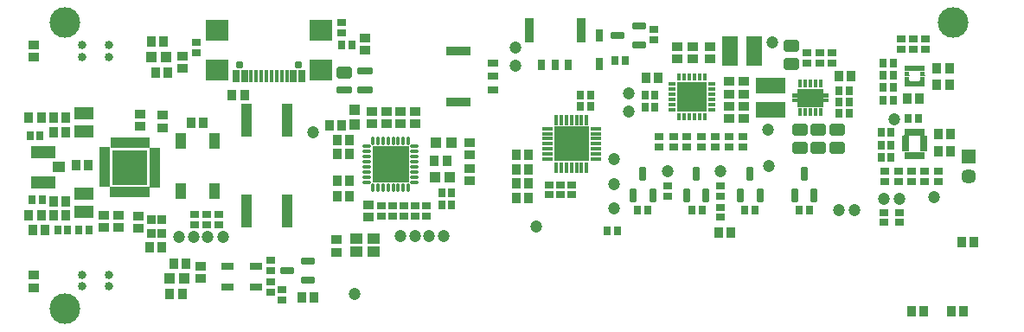
<source format=gts>
G04*
G04 #@! TF.GenerationSoftware,Altium Limited,CircuitStudio,1.5.2 (30)*
G04*
G04 Layer_Color=20142*
%FSLAX44Y44*%
%MOMM*%
G71*
G01*
G75*
%ADD105R,0.4650X0.0800*%
%ADD106R,0.4650X0.0950*%
%ADD107R,0.4650X0.1000*%
%ADD108R,0.4500X0.0500*%
%ADD109R,0.4750X0.0500*%
%ADD110R,1.5000X0.4750*%
%ADD111R,1.9500X0.4750*%
%ADD112R,0.9900X3.9300*%
%ADD113R,3.9400X0.9900*%
%ADD114R,0.9900X3.9400*%
%ADD115R,3.8300X0.9900*%
%ADD116C,1.2000*%
%ADD117R,1.0400X1.6400*%
%ADD118R,0.8400X0.7400*%
%ADD119R,2.9400X1.4900*%
%ADD120R,1.4900X2.9400*%
%ADD121R,0.7400X0.8400*%
%ADD122R,0.6900X1.1900*%
%ADD123R,1.1900X0.6900*%
%ADD124R,1.1400X1.1100*%
%ADD125R,1.1100X1.1400*%
%ADD126R,0.8800X1.0700*%
%ADD127R,1.0700X0.8800*%
%ADD128R,1.9600X1.2800*%
%ADD129R,1.1400X3.2400*%
G04:AMPARAMS|DCode=130|XSize=1.17mm|YSize=1.56mm|CornerRadius=0.3224mm|HoleSize=0mm|Usage=FLASHONLY|Rotation=270.000|XOffset=0mm|YOffset=0mm|HoleType=Round|Shape=RoundedRectangle|*
%AMROUNDEDRECTD130*
21,1,1.1700,0.9153,0,0,270.0*
21,1,0.5253,1.5600,0,0,270.0*
1,1,0.6447,-0.4577,-0.2626*
1,1,0.6447,-0.4577,0.2626*
1,1,0.6447,0.4577,0.2626*
1,1,0.6447,0.4577,-0.2626*
%
%ADD130ROUNDEDRECTD130*%
%ADD131R,3.3900X3.3900*%
%ADD132R,0.4100X1.1300*%
%ADD133R,1.1300X0.4100*%
%ADD134R,0.7400X1.2900*%
%ADD135R,0.4400X1.2900*%
%ADD136R,2.3200X2.1400*%
%ADD137R,0.7400X0.4900*%
%ADD138R,0.4900X0.7400*%
%ADD139R,0.8400X0.8900*%
%ADD140R,1.2400X1.0400*%
%ADD141C,0.8400*%
%ADD142R,0.7400X1.0400*%
%ADD143R,0.8900X2.3400*%
%ADD144R,1.0400X0.7400*%
%ADD145R,2.3400X0.8900*%
%ADD146R,2.3400X1.1900*%
%ADD147R,1.1900X1.1400*%
G04:AMPARAMS|DCode=148|XSize=1.13mm|YSize=1.44mm|CornerRadius=0.1442mm|HoleSize=0mm|Usage=FLASHONLY|Rotation=270.000|XOffset=0mm|YOffset=0mm|HoleType=Round|Shape=RoundedRectangle|*
%AMROUNDEDRECTD148*
21,1,1.1300,1.1515,0,0,270.0*
21,1,0.8415,1.4400,0,0,270.0*
1,1,0.2885,-0.5757,-0.4208*
1,1,0.2885,-0.5757,0.4208*
1,1,0.2885,0.5757,0.4208*
1,1,0.2885,0.5757,-0.4208*
%
%ADD148ROUNDEDRECTD148*%
G04:AMPARAMS|DCode=149|XSize=0.73mm|YSize=1.44mm|CornerRadius=0.1143mm|HoleSize=0mm|Usage=FLASHONLY|Rotation=270.000|XOffset=0mm|YOffset=0mm|HoleType=Round|Shape=RoundedRectangle|*
%AMROUNDEDRECTD149*
21,1,0.7300,1.2115,0,0,270.0*
21,1,0.5015,1.4400,0,0,270.0*
1,1,0.2285,-0.6058,-0.2507*
1,1,0.2285,-0.6058,0.2507*
1,1,0.2285,0.6058,0.2507*
1,1,0.2285,0.6058,-0.2507*
%
%ADD149ROUNDEDRECTD149*%
%ADD150C,3.0000*%
G04:AMPARAMS|DCode=151|XSize=1.35mm|YSize=0.76mm|CornerRadius=0.2312mm|HoleSize=0mm|Usage=FLASHONLY|Rotation=270.000|XOffset=0mm|YOffset=0mm|HoleType=Round|Shape=RoundedRectangle|*
%AMROUNDEDRECTD151*
21,1,1.3500,0.2976,0,0,270.0*
21,1,0.8876,0.7600,0,0,270.0*
1,1,0.4624,-0.1488,-0.4438*
1,1,0.4624,-0.1488,0.4438*
1,1,0.4624,0.1488,0.4438*
1,1,0.4624,0.1488,-0.4438*
%
%ADD151ROUNDEDRECTD151*%
G04:AMPARAMS|DCode=152|XSize=1.35mm|YSize=0.76mm|CornerRadius=0.2312mm|HoleSize=0mm|Usage=FLASHONLY|Rotation=0.000|XOffset=0mm|YOffset=0mm|HoleType=Round|Shape=RoundedRectangle|*
%AMROUNDEDRECTD152*
21,1,1.3500,0.2976,0,0,0.0*
21,1,0.8876,0.7600,0,0,0.0*
1,1,0.4624,0.4438,-0.1488*
1,1,0.4624,-0.4438,-0.1488*
1,1,0.4624,-0.4438,0.1488*
1,1,0.4624,0.4438,0.1488*
%
%ADD152ROUNDEDRECTD152*%
G04:AMPARAMS|DCode=153|XSize=0.72mm|YSize=0.38mm|CornerRadius=0.1mm|HoleSize=0mm|Usage=FLASHONLY|Rotation=90.000|XOffset=0mm|YOffset=0mm|HoleType=Round|Shape=RoundedRectangle|*
%AMROUNDEDRECTD153*
21,1,0.7200,0.1800,0,0,90.0*
21,1,0.5200,0.3800,0,0,90.0*
1,1,0.2000,0.0900,0.2600*
1,1,0.2000,0.0900,-0.2600*
1,1,0.2000,-0.0900,-0.2600*
1,1,0.2000,-0.0900,0.2600*
%
%ADD153ROUNDEDRECTD153*%
G04:AMPARAMS|DCode=154|XSize=0.72mm|YSize=0.38mm|CornerRadius=0.1mm|HoleSize=0mm|Usage=FLASHONLY|Rotation=0.000|XOffset=0mm|YOffset=0mm|HoleType=Round|Shape=RoundedRectangle|*
%AMROUNDEDRECTD154*
21,1,0.7200,0.1800,0,0,0.0*
21,1,0.5200,0.3800,0,0,0.0*
1,1,0.2000,0.2600,-0.0900*
1,1,0.2000,-0.2600,-0.0900*
1,1,0.2000,-0.2600,0.0900*
1,1,0.2000,0.2600,0.0900*
%
%ADD154ROUNDEDRECTD154*%
%ADD155R,2.8400X2.8400*%
%ADD156R,3.5400X3.5400*%
G04:AMPARAMS|DCode=157|XSize=0.4mm|YSize=0.83mm|CornerRadius=0.2mm|HoleSize=0mm|Usage=FLASHONLY|Rotation=0.000|XOffset=0mm|YOffset=0mm|HoleType=Round|Shape=RoundedRectangle|*
%AMROUNDEDRECTD157*
21,1,0.4000,0.4300,0,0,0.0*
21,1,0.0000,0.8300,0,0,0.0*
1,1,0.4000,0.0000,-0.2150*
1,1,0.4000,0.0000,-0.2150*
1,1,0.4000,0.0000,0.2150*
1,1,0.4000,0.0000,0.2150*
%
%ADD157ROUNDEDRECTD157*%
G04:AMPARAMS|DCode=158|XSize=0.83mm|YSize=0.4mm|CornerRadius=0.2mm|HoleSize=0mm|Usage=FLASHONLY|Rotation=0.000|XOffset=0mm|YOffset=0mm|HoleType=Round|Shape=RoundedRectangle|*
%AMROUNDEDRECTD158*
21,1,0.8300,0.0000,0,0,0.0*
21,1,0.4300,0.4000,0,0,0.0*
1,1,0.4000,0.2150,0.0000*
1,1,0.4000,-0.2150,0.0000*
1,1,0.4000,-0.2150,0.0000*
1,1,0.4000,0.2150,0.0000*
%
%ADD158ROUNDEDRECTD158*%
%ADD159O,0.8300X0.4000*%
%ADD160R,0.4400X0.9900*%
%ADD161R,0.9900X0.4400*%
%ADD162R,3.3900X3.3900*%
%ADD163C,0.1400*%
%ADD164C,0.7900*%
%ADD165C,1.4480*%
%ADD166R,1.4480X1.4480*%
%ADD167C,0.6400*%
%ADD168C,0.7400*%
G36*
X959937Y793736D02*
X956137D01*
Y801136D01*
X959937D01*
Y793736D01*
D02*
G37*
G36*
X954937D02*
X951137D01*
Y801136D01*
X954937D01*
Y793736D01*
D02*
G37*
G36*
X964937D02*
X961137D01*
Y801136D01*
X964937D01*
Y793736D01*
D02*
G37*
G36*
X974937D02*
X971137D01*
Y801136D01*
X974937D01*
Y793736D01*
D02*
G37*
G36*
X969937D02*
X966137D01*
Y801136D01*
X969937D01*
Y793736D01*
D02*
G37*
G36*
X975737Y787886D02*
X980737D01*
Y783986D01*
X975737D01*
Y782886D01*
X980737D01*
Y778986D01*
X975737D01*
Y774486D01*
X950337D01*
Y778986D01*
X945337D01*
Y782886D01*
X950337D01*
Y783986D01*
X945337D01*
Y787886D01*
X950337D01*
Y792386D01*
X975737D01*
Y787886D01*
D02*
G37*
G36*
X959937Y765736D02*
X956137D01*
Y773136D01*
X959937D01*
Y765736D01*
D02*
G37*
G36*
X954937D02*
X951137D01*
Y773136D01*
X954937D01*
Y765736D01*
D02*
G37*
G36*
X964937D02*
X961137D01*
Y773136D01*
X964937D01*
Y765736D01*
D02*
G37*
G36*
X974937D02*
X971137D01*
Y773136D01*
X974937D01*
Y765736D01*
D02*
G37*
G36*
X969937D02*
X966137D01*
Y773136D01*
X969937D01*
Y765736D01*
D02*
G37*
G36*
X1059887Y794611D02*
X1055387D01*
Y799361D01*
X1059887D01*
Y794611D01*
D02*
G37*
G36*
Y809861D02*
X1055387D01*
Y814611D01*
X1059887D01*
Y809861D01*
D02*
G37*
G36*
X1075137Y804861D02*
X1070387D01*
Y809361D01*
X1075137D01*
Y804861D01*
D02*
G37*
G36*
X1064887Y809861D02*
X1060387D01*
Y814611D01*
X1064887D01*
Y809861D01*
D02*
G37*
G36*
X1074887D02*
X1070387D01*
Y814611D01*
X1074887D01*
Y809861D01*
D02*
G37*
G36*
X1069887D02*
X1065387D01*
Y814611D01*
X1069887D01*
Y809861D01*
D02*
G37*
G36*
X1059887Y804861D02*
X1055137D01*
Y809361D01*
X1059887D01*
Y804861D01*
D02*
G37*
G36*
X1069887Y794611D02*
X1065387D01*
Y799361D01*
X1069887D01*
Y794611D01*
D02*
G37*
G36*
X1064887D02*
X1060387D01*
Y799361D01*
X1064887D01*
Y794611D01*
D02*
G37*
G36*
X1074887D02*
X1070387D01*
Y799361D01*
X1074887D01*
Y794611D01*
D02*
G37*
G36*
X1075137Y799861D02*
X1070387D01*
Y804361D01*
X1075137D01*
Y799861D01*
D02*
G37*
G36*
X1059887D02*
X1055137D01*
Y804361D01*
X1059887D01*
Y799861D01*
D02*
G37*
D105*
X1057362Y746236D02*
D03*
D106*
Y731011D02*
D03*
X1072712Y730511D02*
D03*
D107*
Y746436D02*
D03*
D108*
X1057637Y809611D02*
D03*
Y799611D02*
D03*
X1072637D02*
D03*
Y809611D02*
D03*
D109*
X1057512Y804611D02*
D03*
X1072762D02*
D03*
D110*
X1067387Y796986D02*
D03*
D111*
X1065137Y812236D02*
D03*
D112*
X272537Y715486D02*
D03*
D113*
X297037Y690936D02*
D03*
D114*
X321537Y715436D02*
D03*
D115*
X297587Y739936D02*
D03*
D116*
X674037Y814936D02*
D03*
Y832936D02*
D03*
X476037Y749436D02*
D03*
X1050037Y684936D02*
D03*
X771037Y699286D02*
D03*
Y674936D02*
D03*
X823037Y711436D02*
D03*
X875137D02*
D03*
X771037Y723636D02*
D03*
X921537Y751936D02*
D03*
X785037Y769936D02*
D03*
Y787936D02*
D03*
X926037Y837436D02*
D03*
X373037Y647436D02*
D03*
X388037D02*
D03*
X359037D02*
D03*
X345037D02*
D03*
X1006038Y673936D02*
D03*
X991038D02*
D03*
X1045537Y762236D02*
D03*
X1084037Y686436D02*
D03*
X1035038Y684936D02*
D03*
X562038Y647999D02*
D03*
X576037D02*
D03*
X604038D02*
D03*
X590037D02*
D03*
X922037Y716936D02*
D03*
X516662Y591139D02*
D03*
X695037Y657436D02*
D03*
D117*
X379537Y741436D02*
D03*
X346537D02*
D03*
Y692436D02*
D03*
X379537D02*
D03*
D118*
X897037Y735436D02*
D03*
Y745436D02*
D03*
X1050037Y661436D02*
D03*
Y671436D02*
D03*
X1035037Y661436D02*
D03*
Y671436D02*
D03*
X842037Y745436D02*
D03*
Y735436D02*
D03*
X810037Y840436D02*
D03*
Y850436D02*
D03*
X446037Y595436D02*
D03*
Y585436D02*
D03*
X856037Y745436D02*
D03*
Y735436D02*
D03*
X435037Y593436D02*
D03*
Y603436D02*
D03*
Y614436D02*
D03*
Y624436D02*
D03*
X829037Y735436D02*
D03*
Y745436D02*
D03*
X815037Y735436D02*
D03*
Y745436D02*
D03*
X883037Y735436D02*
D03*
Y745436D02*
D03*
X870037Y745436D02*
D03*
Y735436D02*
D03*
X960037Y817436D02*
D03*
Y827436D02*
D03*
X362037Y827436D02*
D03*
Y837436D02*
D03*
X972037Y827436D02*
D03*
Y817436D02*
D03*
X984037Y817436D02*
D03*
Y827436D02*
D03*
X1052037Y841436D02*
D03*
Y831436D02*
D03*
X1036037Y711436D02*
D03*
Y701436D02*
D03*
X1049037Y711436D02*
D03*
Y701436D02*
D03*
X1076037Y831436D02*
D03*
Y841436D02*
D03*
X1064037Y831436D02*
D03*
Y841436D02*
D03*
X1088037Y711436D02*
D03*
Y701436D02*
D03*
X1062037Y711436D02*
D03*
Y701436D02*
D03*
X1075037Y711436D02*
D03*
Y701436D02*
D03*
X543037Y677436D02*
D03*
Y667436D02*
D03*
X554037Y677436D02*
D03*
Y667436D02*
D03*
X565037Y677436D02*
D03*
Y667436D02*
D03*
X587037Y677436D02*
D03*
Y667436D02*
D03*
X576037Y677436D02*
D03*
Y667436D02*
D03*
X707037Y688436D02*
D03*
Y698436D02*
D03*
X718037Y698436D02*
D03*
Y688436D02*
D03*
X875037Y687436D02*
D03*
Y697436D02*
D03*
X729037Y698436D02*
D03*
Y688436D02*
D03*
X823037Y687436D02*
D03*
Y697436D02*
D03*
X384037Y669436D02*
D03*
Y659436D02*
D03*
X372037Y669436D02*
D03*
Y659436D02*
D03*
X360037Y669436D02*
D03*
Y659436D02*
D03*
X875037Y666436D02*
D03*
Y676436D02*
D03*
X504037Y847436D02*
D03*
Y857436D02*
D03*
D119*
X924037Y771686D02*
D03*
Y795186D02*
D03*
D120*
X907787Y829436D02*
D03*
X884287D02*
D03*
D121*
X748037Y775436D02*
D03*
X738037D02*
D03*
X748037Y786436D02*
D03*
X738037D02*
D03*
X952037Y673436D02*
D03*
X962037D02*
D03*
X899037D02*
D03*
X909037D02*
D03*
X782037Y820436D02*
D03*
X772037D02*
D03*
X801037Y786436D02*
D03*
X811037D02*
D03*
X801037Y774436D02*
D03*
X811037D02*
D03*
X1001037Y779436D02*
D03*
X991037D02*
D03*
X504037Y835436D02*
D03*
X514037D02*
D03*
X991037Y790436D02*
D03*
X1001037D02*
D03*
X991037Y768436D02*
D03*
X1001037D02*
D03*
X1032037Y749436D02*
D03*
X1042037D02*
D03*
X1044037Y805436D02*
D03*
X1034037D02*
D03*
X1044037Y793436D02*
D03*
X1034037D02*
D03*
X1042037Y737436D02*
D03*
X1032037D02*
D03*
X1042037Y725436D02*
D03*
X1032037D02*
D03*
X1034037Y781436D02*
D03*
X1044037D02*
D03*
X1034037Y817436D02*
D03*
X1044037D02*
D03*
X1069037Y763436D02*
D03*
X1059037D02*
D03*
X602037Y678436D02*
D03*
X612037D02*
D03*
X602037Y690436D02*
D03*
X612037D02*
D03*
X857037Y673436D02*
D03*
X847037D02*
D03*
X794037D02*
D03*
X804037D02*
D03*
X226037Y654436D02*
D03*
X236037D02*
D03*
X247037D02*
D03*
X257037D02*
D03*
X209037Y746436D02*
D03*
X199037D02*
D03*
X201037Y683436D02*
D03*
X211037D02*
D03*
X764037Y653436D02*
D03*
X774037D02*
D03*
D122*
X756037Y844436D02*
D03*
Y816436D02*
D03*
D123*
X392037Y618436D02*
D03*
X420037D02*
D03*
X392037Y598436D02*
D03*
X420037D02*
D03*
D124*
X335687Y606436D02*
D03*
X350387D02*
D03*
X317687Y823436D02*
D03*
X332387D02*
D03*
X596687Y739436D02*
D03*
X611387D02*
D03*
X595687Y705436D02*
D03*
X610387D02*
D03*
D125*
X517037Y757086D02*
D03*
Y771786D02*
D03*
D126*
X369087Y759436D02*
D03*
X356987D02*
D03*
X814087Y803436D02*
D03*
X801987D02*
D03*
X477087Y588436D02*
D03*
X464987D02*
D03*
X409087Y786436D02*
D03*
X396987D02*
D03*
X990987Y804436D02*
D03*
X1003087D02*
D03*
X1086987Y796436D02*
D03*
X1099087D02*
D03*
X1086987Y812436D02*
D03*
X1099087D02*
D03*
X1087987Y731436D02*
D03*
X1100087D02*
D03*
X1087987Y748436D02*
D03*
X1100087D02*
D03*
X1070087Y782436D02*
D03*
X1057987D02*
D03*
X512087Y742436D02*
D03*
X499987D02*
D03*
X504087Y756436D02*
D03*
X491987D02*
D03*
X499987Y728436D02*
D03*
X512087D02*
D03*
Y702436D02*
D03*
X499987D02*
D03*
Y687436D02*
D03*
X512087D02*
D03*
X607087Y721436D02*
D03*
X594987D02*
D03*
X330087Y838436D02*
D03*
X317987D02*
D03*
X321987Y808436D02*
D03*
X334087D02*
D03*
X348087Y591436D02*
D03*
X335987D02*
D03*
X339987Y621436D02*
D03*
X352087D02*
D03*
X687188Y699636D02*
D03*
X675088D02*
D03*
X687087Y727436D02*
D03*
X674987D02*
D03*
X687188Y713636D02*
D03*
X675088D02*
D03*
X687087Y685436D02*
D03*
X674987D02*
D03*
X256087Y717436D02*
D03*
X243987D02*
D03*
X214087Y654436D02*
D03*
X201987D02*
D03*
X234087Y764436D02*
D03*
X221987D02*
D03*
X234087Y749436D02*
D03*
X221987D02*
D03*
X210087Y764436D02*
D03*
X197987D02*
D03*
X221987Y682436D02*
D03*
X234087D02*
D03*
X197987Y668436D02*
D03*
X210087D02*
D03*
X234087D02*
D03*
X221987D02*
D03*
X328087Y637436D02*
D03*
X315987D02*
D03*
X1110987Y641936D02*
D03*
X1123087D02*
D03*
X885087Y651436D02*
D03*
X872987D02*
D03*
X1100987Y574436D02*
D03*
X1113087D02*
D03*
X1074087D02*
D03*
X1061987D02*
D03*
D127*
X883037Y787386D02*
D03*
Y799486D02*
D03*
X898037Y787386D02*
D03*
Y799486D02*
D03*
X865037Y821386D02*
D03*
Y833486D02*
D03*
X833037D02*
D03*
Y821386D02*
D03*
X883037Y775486D02*
D03*
Y763386D02*
D03*
X898037Y775486D02*
D03*
Y763386D02*
D03*
X848037Y833486D02*
D03*
Y821386D02*
D03*
X527037Y829886D02*
D03*
Y841986D02*
D03*
X562037Y770486D02*
D03*
Y758386D02*
D03*
X534037D02*
D03*
Y770486D02*
D03*
X530037Y678486D02*
D03*
Y666386D02*
D03*
X548037Y770486D02*
D03*
Y758386D02*
D03*
X576037Y770486D02*
D03*
Y758386D02*
D03*
X629037Y739486D02*
D03*
Y727386D02*
D03*
Y702386D02*
D03*
Y714486D02*
D03*
X499037Y644486D02*
D03*
Y632386D02*
D03*
X348037Y824486D02*
D03*
Y812386D02*
D03*
X366037Y606386D02*
D03*
Y618486D02*
D03*
X203037Y835486D02*
D03*
Y823386D02*
D03*
X203137Y609686D02*
D03*
Y597586D02*
D03*
X271037Y668486D02*
D03*
Y656386D02*
D03*
X307037Y755386D02*
D03*
Y767486D02*
D03*
X329037Y754386D02*
D03*
Y766486D02*
D03*
X286037Y668486D02*
D03*
Y656386D02*
D03*
X305037Y667486D02*
D03*
Y655386D02*
D03*
D128*
X252037Y750536D02*
D03*
Y768336D02*
D03*
Y689336D02*
D03*
Y671536D02*
D03*
D129*
X411037Y761436D02*
D03*
X451037D02*
D03*
X411037Y672436D02*
D03*
X451037D02*
D03*
D130*
X944037Y816736D02*
D03*
Y834136D02*
D03*
X971037Y752136D02*
D03*
Y734736D02*
D03*
X989037Y752136D02*
D03*
Y734736D02*
D03*
X953037Y752136D02*
D03*
Y734736D02*
D03*
D131*
X729037Y738436D02*
D03*
D132*
X714037Y762036D02*
D03*
X719037D02*
D03*
X724037D02*
D03*
X729037D02*
D03*
X734037D02*
D03*
X739037D02*
D03*
X744037D02*
D03*
Y714836D02*
D03*
X739037D02*
D03*
X734037D02*
D03*
X729037D02*
D03*
X724037D02*
D03*
X719037D02*
D03*
X714037D02*
D03*
D133*
X752637Y753436D02*
D03*
Y748436D02*
D03*
Y743436D02*
D03*
Y738436D02*
D03*
Y733436D02*
D03*
Y728436D02*
D03*
Y723436D02*
D03*
X705437D02*
D03*
Y728436D02*
D03*
Y733436D02*
D03*
Y738436D02*
D03*
Y743436D02*
D03*
Y748436D02*
D03*
Y753436D02*
D03*
D134*
X465137Y804886D02*
D03*
X457137D02*
D03*
X409137D02*
D03*
X401138D02*
D03*
D135*
X450638D02*
D03*
X415638D02*
D03*
X445638D02*
D03*
X420638D02*
D03*
X440638D02*
D03*
X425638D02*
D03*
X435638D02*
D03*
X430638D02*
D03*
D136*
X484238Y810636D02*
D03*
X382038D02*
D03*
X484238Y849936D02*
D03*
X382038D02*
D03*
D137*
X1074137Y743436D02*
D03*
Y738436D02*
D03*
Y733436D02*
D03*
X1055937Y743436D02*
D03*
Y738436D02*
D03*
Y733436D02*
D03*
D138*
X1072537Y750036D02*
D03*
X1057537D02*
D03*
X1067537D02*
D03*
X1062537D02*
D03*
X1072537Y726836D02*
D03*
X1057537D02*
D03*
X1067537D02*
D03*
X1062537D02*
D03*
D139*
X318037Y664186D02*
D03*
Y650686D02*
D03*
X328037D02*
D03*
Y664186D02*
D03*
D140*
X518537Y645936D02*
D03*
X535537D02*
D03*
Y632936D02*
D03*
X518537D02*
D03*
D141*
X249737Y823686D02*
D03*
X276337D02*
D03*
Y835186D02*
D03*
X249737D02*
D03*
Y598686D02*
D03*
X276337D02*
D03*
Y610186D02*
D03*
X249737D02*
D03*
D142*
X700037Y815436D02*
D03*
X713037D02*
D03*
X726037D02*
D03*
D143*
X687787Y849436D02*
D03*
X738287D02*
D03*
D144*
X652037Y791436D02*
D03*
Y804436D02*
D03*
Y817436D02*
D03*
D145*
X618037Y779186D02*
D03*
Y829686D02*
D03*
D146*
X212138Y700886D02*
D03*
Y730386D02*
D03*
D147*
X227388Y715636D02*
D03*
D148*
X506787Y808036D02*
D03*
D149*
X527287Y810036D02*
D03*
Y790836D02*
D03*
X506787D02*
D03*
D150*
X1103037Y856936D02*
D03*
X233037Y576936D02*
D03*
Y856936D02*
D03*
D151*
X947537Y687936D02*
D03*
X966537D02*
D03*
X957037Y708936D02*
D03*
X904037D02*
D03*
X913537Y687936D02*
D03*
X894537D02*
D03*
X841537D02*
D03*
X860537D02*
D03*
X851037Y708936D02*
D03*
X799037D02*
D03*
X808537Y687936D02*
D03*
X789537D02*
D03*
D152*
X795537Y834936D02*
D03*
Y853936D02*
D03*
X774537Y844436D02*
D03*
X450537Y614436D02*
D03*
X471537Y623936D02*
D03*
Y604936D02*
D03*
D153*
X834537Y765311D02*
D03*
X839537D02*
D03*
X844537D02*
D03*
X849537D02*
D03*
X854537D02*
D03*
X859537D02*
D03*
Y803561D02*
D03*
X854537D02*
D03*
X849537D02*
D03*
X844537D02*
D03*
X839537D02*
D03*
X834537D02*
D03*
D154*
X827912Y796936D02*
D03*
Y791936D02*
D03*
Y786936D02*
D03*
Y781936D02*
D03*
Y776936D02*
D03*
Y771936D02*
D03*
X866162D02*
D03*
Y776936D02*
D03*
Y781936D02*
D03*
Y786936D02*
D03*
Y791936D02*
D03*
Y796936D02*
D03*
D155*
X847037Y784436D02*
D03*
D156*
X552037Y718436D02*
D03*
D157*
X534536Y741696D02*
D03*
X539538D02*
D03*
X544536D02*
D03*
X549538D02*
D03*
X554536D02*
D03*
X559538D02*
D03*
X564536D02*
D03*
X569538D02*
D03*
Y695286D02*
D03*
X564536D02*
D03*
X559538D02*
D03*
X554536D02*
D03*
X549538D02*
D03*
X544536D02*
D03*
X539538D02*
D03*
X534536D02*
D03*
D158*
X575187Y735936D02*
D03*
Y730935D02*
D03*
Y725936D02*
D03*
Y720935D02*
D03*
Y715936D02*
D03*
Y710935D02*
D03*
Y705936D02*
D03*
Y700935D02*
D03*
X528887D02*
D03*
Y705936D02*
D03*
Y710935D02*
D03*
Y715936D02*
D03*
Y720935D02*
D03*
Y725936D02*
D03*
Y730935D02*
D03*
D159*
Y735936D02*
D03*
D160*
X314537Y739936D02*
D03*
X309537D02*
D03*
X304537D02*
D03*
X299537D02*
D03*
X294537D02*
D03*
X289537D02*
D03*
X284537D02*
D03*
X279537D02*
D03*
Y690936D02*
D03*
X284537D02*
D03*
X289537D02*
D03*
X294537D02*
D03*
X299537D02*
D03*
X304537D02*
D03*
X309537D02*
D03*
X314537D02*
D03*
D161*
X272537Y732936D02*
D03*
Y727936D02*
D03*
Y722936D02*
D03*
Y717936D02*
D03*
Y712936D02*
D03*
Y707936D02*
D03*
Y702936D02*
D03*
Y697936D02*
D03*
X321537D02*
D03*
Y702936D02*
D03*
Y707936D02*
D03*
Y712936D02*
D03*
Y717936D02*
D03*
Y722936D02*
D03*
Y727936D02*
D03*
Y732936D02*
D03*
D162*
X297037Y715436D02*
D03*
D163*
X933037Y656936D02*
D03*
X1148037Y601936D02*
D03*
Y831936D02*
D03*
X568037D02*
D03*
Y601936D02*
D03*
X1099037Y589036D02*
D03*
Y614436D02*
D03*
X1073637Y589036D02*
D03*
Y614436D02*
D03*
X1048237Y589036D02*
D03*
Y614436D02*
D03*
X1022837Y589036D02*
D03*
Y614436D02*
D03*
X997437Y589036D02*
D03*
Y614436D02*
D03*
X972037Y589036D02*
D03*
Y614436D02*
D03*
X946637Y589036D02*
D03*
Y614436D02*
D03*
X921237Y589036D02*
D03*
Y614436D02*
D03*
X895837Y589036D02*
D03*
Y614436D02*
D03*
X870437Y589036D02*
D03*
Y614436D02*
D03*
X845037Y589036D02*
D03*
Y614436D02*
D03*
X819637Y589036D02*
D03*
Y614436D02*
D03*
X794237Y589036D02*
D03*
Y614436D02*
D03*
X768837Y589036D02*
D03*
Y614436D02*
D03*
X743437Y589036D02*
D03*
Y614436D02*
D03*
X718037Y589036D02*
D03*
Y614436D02*
D03*
X692637Y589036D02*
D03*
Y614436D02*
D03*
X667237Y589036D02*
D03*
Y614436D02*
D03*
X641837Y589036D02*
D03*
Y614436D02*
D03*
X616437Y589036D02*
D03*
Y614436D02*
D03*
D164*
X462038Y815636D02*
D03*
X404238D02*
D03*
D165*
X1118037Y706436D02*
D03*
D166*
Y726436D02*
D03*
D167*
X955037Y783436D02*
D03*
X963037Y787936D02*
D03*
Y778936D02*
D03*
X971037Y783436D02*
D03*
X717037Y750436D02*
D03*
X741037D02*
D03*
Y726436D02*
D03*
X717037D02*
D03*
X729036Y738435D02*
D03*
X847037Y773436D02*
D03*
X858037Y784436D02*
D03*
X836037D02*
D03*
X847037D02*
D03*
Y795436D02*
D03*
X297036Y715436D02*
D03*
X310037Y702436D02*
D03*
Y728436D02*
D03*
X294187Y728386D02*
D03*
X294087Y702236D02*
D03*
D168*
X540037Y730436D02*
D03*
X564037D02*
D03*
X541128Y707526D02*
D03*
X552036Y718435D02*
D03*
X564037Y706436D02*
D03*
M02*

</source>
